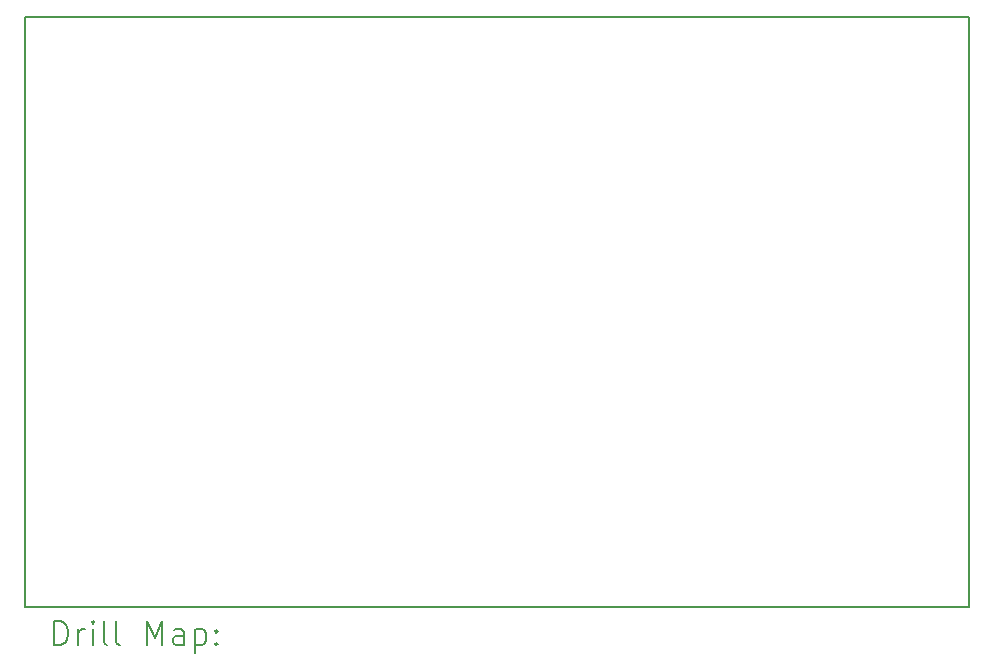
<source format=gbr>
%TF.GenerationSoftware,KiCad,Pcbnew,8.0.6*%
%TF.CreationDate,2025-01-13T18:54:40-05:00*%
%TF.ProjectId,usb2J1708_rev4,75736232-4a31-4373-9038-5f726576342e,rev?*%
%TF.SameCoordinates,Original*%
%TF.FileFunction,Drillmap*%
%TF.FilePolarity,Positive*%
%FSLAX45Y45*%
G04 Gerber Fmt 4.5, Leading zero omitted, Abs format (unit mm)*
G04 Created by KiCad (PCBNEW 8.0.6) date 2025-01-13 18:54:40*
%MOMM*%
%LPD*%
G01*
G04 APERTURE LIST*
%ADD10C,0.150000*%
%ADD11C,0.200000*%
G04 APERTURE END LIST*
D10*
X12053000Y-13586000D02*
X12053000Y-8586000D01*
X12053000Y-8586000D02*
X20053000Y-8586000D01*
X20053000Y-8586000D02*
X20053000Y-13586000D01*
X20053000Y-13586000D02*
X12053000Y-13586000D01*
D11*
X12306277Y-13904984D02*
X12306277Y-13704984D01*
X12306277Y-13704984D02*
X12353896Y-13704984D01*
X12353896Y-13704984D02*
X12382467Y-13714508D01*
X12382467Y-13714508D02*
X12401515Y-13733555D01*
X12401515Y-13733555D02*
X12411039Y-13752603D01*
X12411039Y-13752603D02*
X12420562Y-13790698D01*
X12420562Y-13790698D02*
X12420562Y-13819269D01*
X12420562Y-13819269D02*
X12411039Y-13857365D01*
X12411039Y-13857365D02*
X12401515Y-13876412D01*
X12401515Y-13876412D02*
X12382467Y-13895460D01*
X12382467Y-13895460D02*
X12353896Y-13904984D01*
X12353896Y-13904984D02*
X12306277Y-13904984D01*
X12506277Y-13904984D02*
X12506277Y-13771650D01*
X12506277Y-13809746D02*
X12515801Y-13790698D01*
X12515801Y-13790698D02*
X12525324Y-13781174D01*
X12525324Y-13781174D02*
X12544372Y-13771650D01*
X12544372Y-13771650D02*
X12563420Y-13771650D01*
X12630086Y-13904984D02*
X12630086Y-13771650D01*
X12630086Y-13704984D02*
X12620562Y-13714508D01*
X12620562Y-13714508D02*
X12630086Y-13724031D01*
X12630086Y-13724031D02*
X12639610Y-13714508D01*
X12639610Y-13714508D02*
X12630086Y-13704984D01*
X12630086Y-13704984D02*
X12630086Y-13724031D01*
X12753896Y-13904984D02*
X12734848Y-13895460D01*
X12734848Y-13895460D02*
X12725324Y-13876412D01*
X12725324Y-13876412D02*
X12725324Y-13704984D01*
X12858658Y-13904984D02*
X12839610Y-13895460D01*
X12839610Y-13895460D02*
X12830086Y-13876412D01*
X12830086Y-13876412D02*
X12830086Y-13704984D01*
X13087229Y-13904984D02*
X13087229Y-13704984D01*
X13087229Y-13704984D02*
X13153896Y-13847841D01*
X13153896Y-13847841D02*
X13220562Y-13704984D01*
X13220562Y-13704984D02*
X13220562Y-13904984D01*
X13401515Y-13904984D02*
X13401515Y-13800222D01*
X13401515Y-13800222D02*
X13391991Y-13781174D01*
X13391991Y-13781174D02*
X13372943Y-13771650D01*
X13372943Y-13771650D02*
X13334848Y-13771650D01*
X13334848Y-13771650D02*
X13315801Y-13781174D01*
X13401515Y-13895460D02*
X13382467Y-13904984D01*
X13382467Y-13904984D02*
X13334848Y-13904984D01*
X13334848Y-13904984D02*
X13315801Y-13895460D01*
X13315801Y-13895460D02*
X13306277Y-13876412D01*
X13306277Y-13876412D02*
X13306277Y-13857365D01*
X13306277Y-13857365D02*
X13315801Y-13838317D01*
X13315801Y-13838317D02*
X13334848Y-13828793D01*
X13334848Y-13828793D02*
X13382467Y-13828793D01*
X13382467Y-13828793D02*
X13401515Y-13819269D01*
X13496753Y-13771650D02*
X13496753Y-13971650D01*
X13496753Y-13781174D02*
X13515801Y-13771650D01*
X13515801Y-13771650D02*
X13553896Y-13771650D01*
X13553896Y-13771650D02*
X13572943Y-13781174D01*
X13572943Y-13781174D02*
X13582467Y-13790698D01*
X13582467Y-13790698D02*
X13591991Y-13809746D01*
X13591991Y-13809746D02*
X13591991Y-13866888D01*
X13591991Y-13866888D02*
X13582467Y-13885936D01*
X13582467Y-13885936D02*
X13572943Y-13895460D01*
X13572943Y-13895460D02*
X13553896Y-13904984D01*
X13553896Y-13904984D02*
X13515801Y-13904984D01*
X13515801Y-13904984D02*
X13496753Y-13895460D01*
X13677705Y-13885936D02*
X13687229Y-13895460D01*
X13687229Y-13895460D02*
X13677705Y-13904984D01*
X13677705Y-13904984D02*
X13668182Y-13895460D01*
X13668182Y-13895460D02*
X13677705Y-13885936D01*
X13677705Y-13885936D02*
X13677705Y-13904984D01*
X13677705Y-13781174D02*
X13687229Y-13790698D01*
X13687229Y-13790698D02*
X13677705Y-13800222D01*
X13677705Y-13800222D02*
X13668182Y-13790698D01*
X13668182Y-13790698D02*
X13677705Y-13781174D01*
X13677705Y-13781174D02*
X13677705Y-13800222D01*
M02*

</source>
